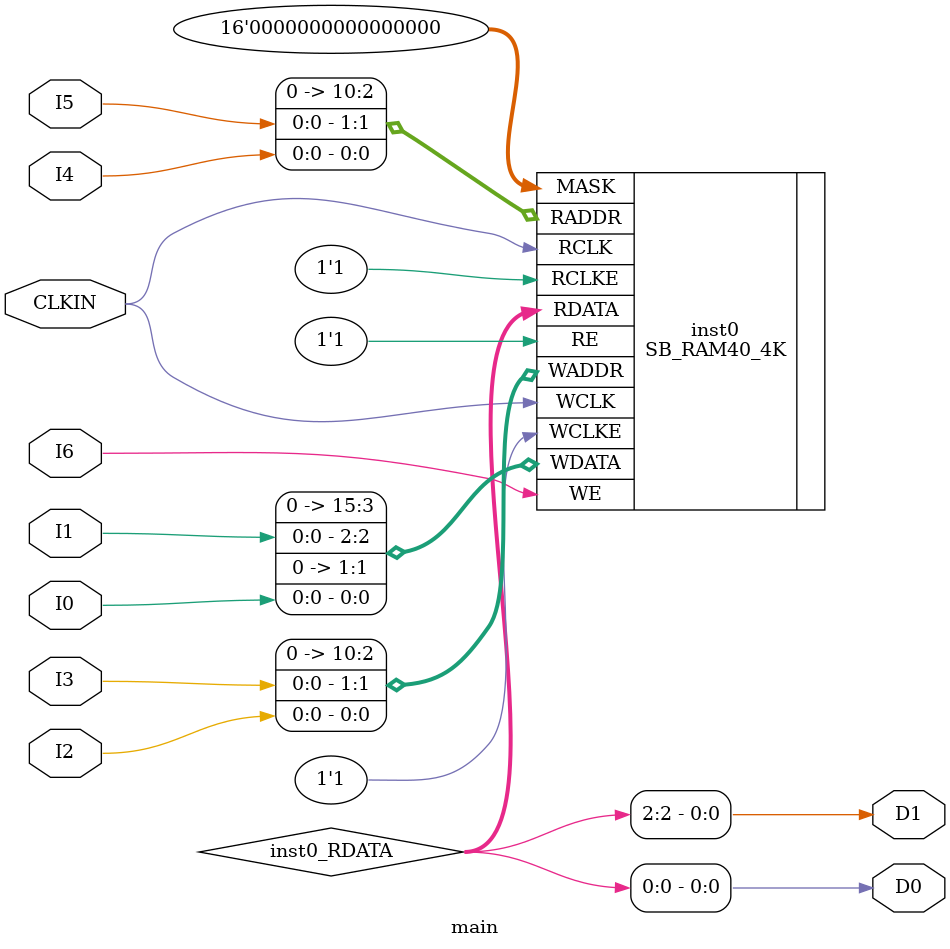
<source format=v>
module main (input  I0, input  I1, input  I2, input  I3, input  I4, input  I5, input  I6, output  D1, output  D0, input  CLKIN);
wire [15:0] inst0_RDATA;
SB_RAM40_4K #(.WRITE_MODE(1),
.READ_MODE(1),
.INIT_0(256'h00FF00FC00F300F000CF00CC00C300C0003F003C00330030000F000C00030000),
.INIT_1(256'h03FF03FC03F303F003CF03CC03C303C0033F033C03330330030F030C03030300),
.INIT_2(256'h0CFF0CFC0CF30CF00CCF0CCC0CC30CC00C3F0C3C0C330C300C0F0C0C0C030C00),
.INIT_3(256'h0FFF0FFC0FF30FF00FCF0FCC0FC30FC00F3F0F3C0F330F300F0F0F0C0F030F00),
.INIT_4(256'h30FF30FC30F330F030CF30CC30C330C0303F303C30333030300F300C30033000),
.INIT_5(256'h33FF33FC33F333F033CF33CC33C333C0333F333C33333330330F330C33033300),
.INIT_6(256'h3CFF3CFC3CF33CF03CCF3CCC3CC33CC03C3F3C3C3C333C303C0F3C0C3C033C00),
.INIT_7(256'h3FFF3FFC3FF33FF03FCF3FCC3FC33FC03F3F3F3C3F333F303F0F3F0C3F033F00),
.INIT_8(256'hC0FFC0FCC0F3C0F0C0CFC0CCC0C3C0C0C03FC03CC033C030C00FC00CC003C000),
.INIT_9(256'hC3FFC3FCC3F3C3F0C3CFC3CCC3C3C3C0C33FC33CC333C330C30FC30CC303C300),
.INIT_A(256'hCCFFCCFCCCF3CCF0CCCFCCCCCCC3CCC0CC3FCC3CCC33CC30CC0FCC0CCC03CC00),
.INIT_B(256'hCFFFCFFCCFF3CFF0CFCFCFCCCFC3CFC0CF3FCF3CCF33CF30CF0FCF0CCF03CF00),
.INIT_C(256'hF0FFF0FCF0F3F0F0F0CFF0CCF0C3F0C0F03FF03CF033F030F00FF00CF003F000),
.INIT_D(256'hF3FFF3FCF3F3F3F0F3CFF3CCF3C3F3C0F33FF33CF333F330F30FF30CF303F300),
.INIT_E(256'hFCFFFCFCFCF3FCF0FCCFFCCCFCC3FCC0FC3FFC3CFC33FC30FC0FFC0CFC03FC00),
.INIT_F(256'hFFFFFFFCFFF3FFF0FFCFFFCCFFC3FFC0FF3FFF3CFF33FF30FF0FFF0CFF03FF00)) inst0 (.RDATA(inst0_RDATA), .RADDR({1'b0,1'b0,1'b0,1'b0,1'b0,1'b0,1'b0,1'b0,1'b0,I5,I4}), .RCLK(CLKIN), .RCLKE(1'b1), .RE(1'b1), .WCLK(CLKIN), .WCLKE(1'b1), .WE(I6), .WADDR({1'b0,1'b0,1'b0,1'b0,1'b0,1'b0,1'b0,1'b0,1'b0,I3,I2}), .MASK({1'b0,1'b0,1'b0,1'b0,1'b0,1'b0,1'b0,1'b0,1'b0,1'b0,1'b0,1'b0,1'b0,1'b0,1'b0,1'b0}), .WDATA({1'b0,1'b0,1'b0,1'b0,1'b0,1'b0,1'b0,1'b0,1'b0,1'b0,1'b0,1'b0,1'b0,I1,1'b0,I0}));
assign D1 = inst0_RDATA[2];
assign D0 = inst0_RDATA[0];
endmodule


</source>
